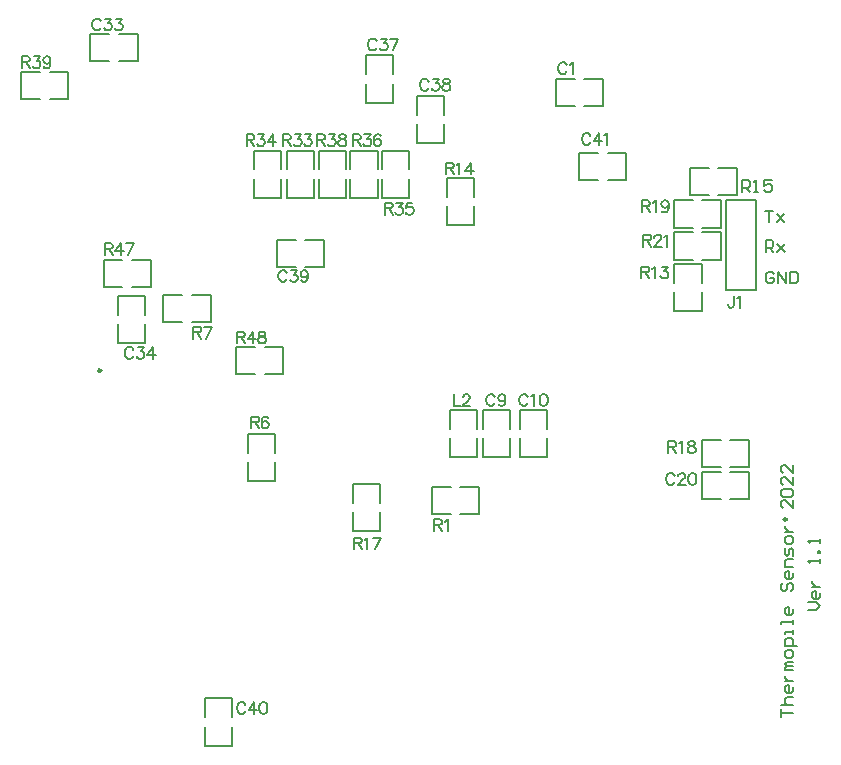
<source format=gto>
G04*
G04 #@! TF.GenerationSoftware,Altium Limited,Altium Designer,19.1.6 (110)*
G04*
G04 Layer_Color=65535*
%FSLAX25Y25*%
%MOIN*%
G70*
G01*
G75*
%ADD10C,0.01000*%
%ADD11C,0.00787*%
%ADD12C,0.00591*%
D10*
X261185Y93646D02*
G03*
X261185Y93646I-500J0D01*
G01*
X32630Y143350D02*
G03*
X32630Y143350I-500J0D01*
G01*
D11*
X244685Y201772D02*
Y210827D01*
X228937Y201772D02*
Y210827D01*
X238386Y201772D02*
X244685D01*
X228937D02*
X235236D01*
X238386Y210827D02*
X244685D01*
X228937D02*
X235236D01*
X159941Y130142D02*
X168996D01*
X159941Y114394D02*
X168996D01*
Y123843D02*
Y130142D01*
Y114394D02*
Y120694D01*
X159941Y123843D02*
Y130142D01*
Y114394D02*
Y120694D01*
X172343Y130118D02*
X181398D01*
X172343Y114370D02*
X181398D01*
Y123819D02*
Y130118D01*
Y114370D02*
Y120669D01*
X172343Y123819D02*
Y130118D01*
Y114370D02*
Y120669D01*
X232874Y100394D02*
Y109449D01*
X248622Y100394D02*
Y109449D01*
X232874D02*
X239173D01*
X242323D02*
X248622D01*
X232874Y100394D02*
X239173D01*
X242323D02*
X248622D01*
X44783Y246555D02*
Y255610D01*
X29035Y246555D02*
Y255610D01*
X38484Y246555D02*
X44783D01*
X29035D02*
X35335D01*
X38484Y255610D02*
X44783D01*
X29035D02*
X35335D01*
X38189Y168209D02*
X47244D01*
X38189Y152461D02*
X47244D01*
Y161909D02*
Y168209D01*
Y152461D02*
Y158760D01*
X38189Y161909D02*
Y168209D01*
Y152461D02*
Y158760D01*
X81441Y106494D02*
X90496D01*
X81441Y122242D02*
X90496D01*
X81441Y106494D02*
Y112794D01*
Y115943D02*
Y122242D01*
X90496Y106494D02*
Y112794D01*
Y115943D02*
Y122242D01*
X223721Y163189D02*
X232776D01*
X223721Y178937D02*
X232776D01*
X223721Y163189D02*
Y169488D01*
Y172638D02*
Y178937D01*
X232776Y163189D02*
Y169488D01*
Y172638D02*
Y178937D01*
X147933Y207480D02*
X156988D01*
X147933Y191732D02*
X156988D01*
Y201181D02*
Y207480D01*
Y191732D02*
Y198031D01*
X147933Y201181D02*
Y207480D01*
Y191732D02*
Y198031D01*
X116634Y105610D02*
X125689D01*
X116634Y89862D02*
X125689D01*
Y99311D02*
Y105610D01*
Y89862D02*
Y96161D01*
X116634Y99311D02*
Y105610D01*
Y89862D02*
Y96161D01*
X248622Y111024D02*
Y120079D01*
X232874Y111024D02*
Y120079D01*
X242323Y111024D02*
X248622D01*
X232874D02*
X239173D01*
X242323Y120079D02*
X248622D01*
X232874D02*
X239173D01*
X239342Y190941D02*
Y199996D01*
X223594Y190941D02*
Y199996D01*
X233043Y190941D02*
X239342D01*
X223594D02*
X229894D01*
X233043Y199996D02*
X239342D01*
X223594D02*
X229894D01*
X239272Y180315D02*
Y189370D01*
X223524Y180315D02*
Y189370D01*
X232972Y180315D02*
X239272D01*
X223524D02*
X229823D01*
X232972Y189370D02*
X239272D01*
X223524D02*
X229823D01*
X94541Y216642D02*
X103596D01*
X94541Y200894D02*
X103596D01*
Y210343D02*
Y216642D01*
Y200894D02*
Y207193D01*
X94541Y210343D02*
Y216642D01*
Y200894D02*
Y207193D01*
X83441Y216642D02*
X92496D01*
X83441Y200894D02*
X92496D01*
Y210343D02*
Y216642D01*
Y200894D02*
Y207193D01*
X83441Y210343D02*
Y216642D01*
Y200894D02*
Y207193D01*
X126141Y216642D02*
X135196D01*
X126141Y200894D02*
X135196D01*
Y210343D02*
Y216642D01*
Y200894D02*
Y207193D01*
X126141Y210343D02*
Y216642D01*
Y200894D02*
Y207193D01*
X115741Y216642D02*
X124796D01*
X115741Y200894D02*
X124796D01*
Y210343D02*
Y216642D01*
Y200894D02*
Y207193D01*
X115741Y210343D02*
Y216642D01*
Y200894D02*
Y207193D01*
X53395Y159541D02*
Y168596D01*
X69143Y159541D02*
Y168596D01*
X53395D02*
X59694D01*
X62843D02*
X69143D01*
X53395Y159541D02*
X59694D01*
X62843D02*
X69143D01*
X105341Y216642D02*
X114396D01*
X105341Y200894D02*
X114396D01*
Y210343D02*
Y216642D01*
Y200894D02*
Y207193D01*
X105341Y210343D02*
Y216642D01*
Y200894D02*
Y207193D01*
X6004Y233760D02*
Y242815D01*
X21752Y233760D02*
Y242815D01*
X6004D02*
X12303D01*
X15453D02*
X21752D01*
X6004Y233760D02*
X12303D01*
X15453D02*
X21752D01*
X33465Y171161D02*
Y180217D01*
X49213Y171161D02*
Y180217D01*
X33465D02*
X39764D01*
X42913D02*
X49213D01*
X33465Y171161D02*
X39764D01*
X42913D02*
X49213D01*
X93405Y142027D02*
Y151083D01*
X77658Y142027D02*
Y151083D01*
X87106Y142027D02*
X93405D01*
X77658D02*
X83957D01*
X87106Y151083D02*
X93405D01*
X77658D02*
X83957D01*
X158563Y95571D02*
Y104626D01*
X142815Y95571D02*
Y104626D01*
X152264Y95571D02*
X158563D01*
X142815D02*
X149114D01*
X152264Y104626D02*
X158563D01*
X142815D02*
X149114D01*
X200043Y231341D02*
Y240396D01*
X184294Y231341D02*
Y240396D01*
X193743Y231341D02*
X200043D01*
X184294D02*
X190594D01*
X193743Y240396D02*
X200043D01*
X184294D02*
X190594D01*
X121041Y248342D02*
X130096D01*
X121041Y232594D02*
X130096D01*
Y242043D02*
Y248342D01*
Y232594D02*
Y238894D01*
X121041Y242043D02*
Y248342D01*
Y232594D02*
Y238894D01*
X138041Y234943D02*
X147096D01*
X138041Y219195D02*
X147096D01*
Y228643D02*
Y234943D01*
Y219195D02*
Y225494D01*
X138041Y228643D02*
Y234943D01*
Y219195D02*
Y225494D01*
X91294Y177841D02*
Y186896D01*
X107043Y177841D02*
Y186896D01*
X91294D02*
X97594D01*
X100743D02*
X107043D01*
X91294Y177841D02*
X97594D01*
X100743D02*
X107043D01*
X67241Y18294D02*
X76296D01*
X67241Y34043D02*
X76296D01*
X67241Y18294D02*
Y24594D01*
Y27743D02*
Y34043D01*
X76296Y18294D02*
Y24594D01*
Y27743D02*
Y34043D01*
X207743Y206891D02*
Y215946D01*
X191995Y206891D02*
Y215946D01*
X201443Y206891D02*
X207743D01*
X191995D02*
X198294D01*
X201443Y215946D02*
X207743D01*
X191995D02*
X198294D01*
X149016Y130118D02*
X158071D01*
X149016Y114370D02*
X158071D01*
Y123819D02*
Y130118D01*
Y114370D02*
Y120669D01*
X149016Y123819D02*
Y130118D01*
Y114370D02*
Y120669D01*
X240965Y170039D02*
Y200039D01*
Y170039D02*
X250965D01*
Y200039D01*
X240965D02*
X250965D01*
X257053Y175622D02*
X256397Y176278D01*
X255085D01*
X254429Y175622D01*
Y172998D01*
X255085Y172343D01*
X256397D01*
X257053Y172998D01*
Y174310D01*
X255741D01*
X258365Y172343D02*
Y176278D01*
X260989Y172343D01*
Y176278D01*
X262301D02*
Y172343D01*
X264268D01*
X264924Y172998D01*
Y175622D01*
X264268Y176278D01*
X262301D01*
X254134Y182972D02*
Y186908D01*
X256102D01*
X256758Y186252D01*
Y184940D01*
X256102Y184284D01*
X254134D01*
X255446D02*
X256758Y182972D01*
X258070Y185596D02*
X260693Y182972D01*
X259382Y184284D01*
X260693Y185596D01*
X258070Y182972D01*
X253839Y196652D02*
X256462D01*
X255151D01*
Y192717D01*
X257774Y195340D02*
X260398Y192717D01*
X259086Y194028D01*
X260398Y195340D01*
X257774Y192717D01*
D12*
X246351Y202960D02*
Y206896D01*
X248319D01*
X248975Y206240D01*
Y204928D01*
X248319Y204272D01*
X246351D01*
X247663D02*
X248975Y202960D01*
X250287D02*
X251599D01*
X250943D01*
Y206896D01*
X250287Y206240D01*
X256190Y206896D02*
X253567D01*
Y204928D01*
X254879Y205584D01*
X255535D01*
X256190Y204928D01*
Y203616D01*
X255535Y202960D01*
X254223D01*
X253567Y203616D01*
X268407Y63386D02*
X271031D01*
X272342Y64698D01*
X271031Y66010D01*
X268407D01*
X272342Y69289D02*
Y67977D01*
X271687Y67322D01*
X270375D01*
X269719Y67977D01*
Y69289D01*
X270375Y69945D01*
X271031D01*
Y67322D01*
X269719Y71257D02*
X272342D01*
X271031D01*
X270375Y71913D01*
X269719Y72569D01*
Y73225D01*
X272342Y79129D02*
Y80441D01*
Y79785D01*
X268407D01*
X269063Y79129D01*
X272342Y82409D02*
X271687D01*
Y83065D01*
X272342D01*
Y82409D01*
Y85688D02*
Y87000D01*
Y86344D01*
X268407D01*
X269063Y85688D01*
X259253Y27854D02*
Y30478D01*
Y29166D01*
X263189D01*
X259253Y31790D02*
X263189D01*
X261221D01*
X260565Y32446D01*
Y33758D01*
X261221Y34414D01*
X263189D01*
Y37694D02*
Y36382D01*
X262533Y35726D01*
X261221D01*
X260565Y36382D01*
Y37694D01*
X261221Y38350D01*
X261877D01*
Y35726D01*
X260565Y39661D02*
X263189D01*
X261877D01*
X261221Y40317D01*
X260565Y40973D01*
Y41629D01*
X263189Y43597D02*
X260565D01*
Y44253D01*
X261221Y44909D01*
X263189D01*
X261221D01*
X260565Y45565D01*
X261221Y46221D01*
X263189D01*
Y48189D02*
Y49501D01*
X262533Y50157D01*
X261221D01*
X260565Y49501D01*
Y48189D01*
X261221Y47533D01*
X262533D01*
X263189Y48189D01*
X264501Y51469D02*
X260565D01*
Y53437D01*
X261221Y54093D01*
X262533D01*
X263189Y53437D01*
Y51469D01*
Y55405D02*
Y56716D01*
Y56060D01*
X260565D01*
Y55405D01*
X263189Y58684D02*
Y59996D01*
Y59340D01*
X259253D01*
Y58684D01*
X263189Y63932D02*
Y62620D01*
X262533Y61964D01*
X261221D01*
X260565Y62620D01*
Y63932D01*
X261221Y64588D01*
X261877D01*
Y61964D01*
X259909Y72459D02*
X259253Y71803D01*
Y70491D01*
X259909Y69836D01*
X260565D01*
X261221Y70491D01*
Y71803D01*
X261877Y72459D01*
X262533D01*
X263189Y71803D01*
Y70491D01*
X262533Y69836D01*
X263189Y75739D02*
Y74427D01*
X262533Y73771D01*
X261221D01*
X260565Y74427D01*
Y75739D01*
X261221Y76395D01*
X261877D01*
Y73771D01*
X263189Y77707D02*
X260565D01*
Y79675D01*
X261221Y80331D01*
X263189D01*
Y81643D02*
Y83611D01*
X262533Y84267D01*
X261877Y83611D01*
Y82299D01*
X261221Y81643D01*
X260565Y82299D01*
Y84267D01*
X263189Y86234D02*
Y87546D01*
X262533Y88202D01*
X261221D01*
X260565Y87546D01*
Y86234D01*
X261221Y85579D01*
X262533D01*
X263189Y86234D01*
X260565Y89514D02*
X263189D01*
X261877D01*
X261221Y90170D01*
X260565Y90826D01*
Y91482D01*
X263189Y100010D02*
Y97386D01*
X260565Y100010D01*
X259909D01*
X259253Y99354D01*
Y98042D01*
X259909Y97386D01*
Y101321D02*
X259253Y101977D01*
Y103289D01*
X259909Y103945D01*
X262533D01*
X263189Y103289D01*
Y101977D01*
X262533Y101321D01*
X259909D01*
X263189Y107881D02*
Y105257D01*
X260565Y107881D01*
X259909D01*
X259253Y107225D01*
Y105913D01*
X259909Y105257D01*
X263189Y111817D02*
Y109193D01*
X260565Y111817D01*
X259909D01*
X259253Y111161D01*
Y109849D01*
X259909Y109193D01*
X195725Y221503D02*
X195537Y221878D01*
X195163Y222253D01*
X194788Y222440D01*
X194038D01*
X193663Y222253D01*
X193288Y221878D01*
X193101Y221503D01*
X192913Y220941D01*
Y220003D01*
X193101Y219441D01*
X193288Y219066D01*
X193663Y218691D01*
X194038Y218504D01*
X194788D01*
X195163Y218691D01*
X195537Y219066D01*
X195725Y219441D01*
X198705Y222440D02*
X196831Y219816D01*
X199642D01*
X198705Y222440D02*
Y218504D01*
X200336Y221690D02*
X200711Y221878D01*
X201273Y222440D01*
Y218504D01*
X80764Y31838D02*
X80577Y32212D01*
X80202Y32587D01*
X79827Y32775D01*
X79077D01*
X78702Y32587D01*
X78328Y32212D01*
X78140Y31838D01*
X77953Y31275D01*
Y30338D01*
X78140Y29776D01*
X78328Y29401D01*
X78702Y29026D01*
X79077Y28839D01*
X79827D01*
X80202Y29026D01*
X80577Y29401D01*
X80764Y29776D01*
X83745Y32775D02*
X81870Y30151D01*
X84682D01*
X83745Y32775D02*
Y28839D01*
X86500Y32775D02*
X85938Y32587D01*
X85563Y32025D01*
X85375Y31088D01*
Y30525D01*
X85563Y29588D01*
X85938Y29026D01*
X86500Y28839D01*
X86875D01*
X87437Y29026D01*
X87812Y29588D01*
X87999Y30525D01*
Y31088D01*
X87812Y32025D01*
X87437Y32587D01*
X86875Y32775D01*
X86500D01*
X94544Y175834D02*
X94356Y176208D01*
X93981Y176583D01*
X93607Y176771D01*
X92857D01*
X92482Y176583D01*
X92107Y176208D01*
X91920Y175834D01*
X91732Y175271D01*
Y174334D01*
X91920Y173772D01*
X92107Y173397D01*
X92482Y173022D01*
X92857Y172835D01*
X93607D01*
X93981Y173022D01*
X94356Y173397D01*
X94544Y173772D01*
X96025Y176771D02*
X98086D01*
X96962Y175271D01*
X97524D01*
X97899Y175084D01*
X98086Y174896D01*
X98274Y174334D01*
Y173959D01*
X98086Y173397D01*
X97711Y173022D01*
X97149Y172835D01*
X96587D01*
X96025Y173022D01*
X95837Y173210D01*
X95650Y173584D01*
X101591Y175459D02*
X101404Y174896D01*
X101029Y174522D01*
X100467Y174334D01*
X100279D01*
X99717Y174522D01*
X99342Y174896D01*
X99155Y175459D01*
Y175646D01*
X99342Y176208D01*
X99717Y176583D01*
X100279Y176771D01*
X100467D01*
X101029Y176583D01*
X101404Y176208D01*
X101591Y175459D01*
Y174522D01*
X101404Y173584D01*
X101029Y173022D01*
X100467Y172835D01*
X100092D01*
X99530Y173022D01*
X99342Y173397D01*
X141788Y239613D02*
X141601Y239988D01*
X141226Y240363D01*
X140851Y240550D01*
X140101D01*
X139726Y240363D01*
X139351Y239988D01*
X139164Y239613D01*
X138976Y239051D01*
Y238114D01*
X139164Y237551D01*
X139351Y237176D01*
X139726Y236802D01*
X140101Y236614D01*
X140851D01*
X141226Y236802D01*
X141601Y237176D01*
X141788Y237551D01*
X143269Y240550D02*
X145331D01*
X144206Y239051D01*
X144768D01*
X145143Y238863D01*
X145331Y238676D01*
X145518Y238114D01*
Y237739D01*
X145331Y237176D01*
X144956Y236802D01*
X144393Y236614D01*
X143831D01*
X143269Y236802D01*
X143081Y236989D01*
X142894Y237364D01*
X147336Y240550D02*
X146774Y240363D01*
X146586Y239988D01*
Y239613D01*
X146774Y239238D01*
X147149Y239051D01*
X147898Y238863D01*
X148461Y238676D01*
X148836Y238301D01*
X149023Y237926D01*
Y237364D01*
X148836Y236989D01*
X148648Y236802D01*
X148086Y236614D01*
X147336D01*
X146774Y236802D01*
X146586Y236989D01*
X146399Y237364D01*
Y237926D01*
X146586Y238301D01*
X146961Y238676D01*
X147523Y238863D01*
X148273Y239051D01*
X148648Y239238D01*
X148836Y239613D01*
Y239988D01*
X148648Y240363D01*
X148086Y240550D01*
X147336D01*
X124465Y252999D02*
X124278Y253374D01*
X123903Y253749D01*
X123528Y253936D01*
X122778D01*
X122403Y253749D01*
X122028Y253374D01*
X121841Y252999D01*
X121653Y252437D01*
Y251500D01*
X121841Y250937D01*
X122028Y250562D01*
X122403Y250187D01*
X122778Y250000D01*
X123528D01*
X123903Y250187D01*
X124278Y250562D01*
X124465Y250937D01*
X125946Y253936D02*
X128008D01*
X126883Y252437D01*
X127445D01*
X127820Y252249D01*
X128008Y252062D01*
X128195Y251500D01*
Y251125D01*
X128008Y250562D01*
X127633Y250187D01*
X127070Y250000D01*
X126508D01*
X125946Y250187D01*
X125758Y250375D01*
X125571Y250750D01*
X131700Y253936D02*
X129826Y250000D01*
X129076Y253936D02*
X131700D01*
X187851Y245125D02*
X187663Y245500D01*
X187289Y245875D01*
X186914Y246062D01*
X186164D01*
X185789Y245875D01*
X185414Y245500D01*
X185227Y245125D01*
X185039Y244563D01*
Y243625D01*
X185227Y243063D01*
X185414Y242688D01*
X185789Y242313D01*
X186164Y242126D01*
X186914D01*
X187289Y242313D01*
X187663Y242688D01*
X187851Y243063D01*
X188957Y245312D02*
X189332Y245500D01*
X189894Y246062D01*
Y242126D01*
X243508Y168208D02*
Y165209D01*
X243321Y164646D01*
X243133Y164459D01*
X242758Y164272D01*
X242384D01*
X242009Y164459D01*
X241821Y164646D01*
X241634Y165209D01*
Y165584D01*
X244520Y167458D02*
X244895Y167646D01*
X245458Y168208D01*
Y164272D01*
X143701Y93700D02*
Y89764D01*
Y93700D02*
X145388D01*
X145950Y93512D01*
X146137Y93325D01*
X146325Y92950D01*
Y92575D01*
X146137Y92200D01*
X145950Y92013D01*
X145388Y91826D01*
X143701D01*
X145013D02*
X146325Y89764D01*
X147206Y92950D02*
X147581Y93138D01*
X148143Y93700D01*
Y89764D01*
X77953Y156298D02*
Y152362D01*
Y156298D02*
X79640D01*
X80202Y156111D01*
X80389Y155923D01*
X80577Y155549D01*
Y155174D01*
X80389Y154799D01*
X80202Y154611D01*
X79640Y154424D01*
X77953D01*
X79265D02*
X80577Y152362D01*
X83332Y156298D02*
X81458Y153674D01*
X84269D01*
X83332Y156298D02*
Y152362D01*
X85900Y156298D02*
X85338Y156111D01*
X85150Y155736D01*
Y155361D01*
X85338Y154986D01*
X85713Y154799D01*
X86462Y154611D01*
X87025Y154424D01*
X87400Y154049D01*
X87587Y153674D01*
Y153112D01*
X87400Y152737D01*
X87212Y152550D01*
X86650Y152362D01*
X85900D01*
X85338Y152550D01*
X85150Y152737D01*
X84963Y153112D01*
Y153674D01*
X85150Y154049D01*
X85525Y154424D01*
X86088Y154611D01*
X86837Y154799D01*
X87212Y154986D01*
X87400Y155361D01*
Y155736D01*
X87212Y156111D01*
X86650Y156298D01*
X85900D01*
X33858Y185728D02*
Y181791D01*
Y185728D02*
X35545D01*
X36108Y185540D01*
X36295Y185353D01*
X36482Y184978D01*
Y184603D01*
X36295Y184228D01*
X36108Y184041D01*
X35545Y183853D01*
X33858D01*
X35170D02*
X36482Y181791D01*
X39238Y185728D02*
X37363Y183103D01*
X40175D01*
X39238Y185728D02*
Y181791D01*
X43492Y185728D02*
X41618Y181791D01*
X40868Y185728D02*
X43492D01*
X6299Y248031D02*
Y244094D01*
Y248031D02*
X7986D01*
X8548Y247843D01*
X8736Y247656D01*
X8923Y247281D01*
Y246906D01*
X8736Y246531D01*
X8548Y246344D01*
X7986Y246156D01*
X6299D01*
X7611D02*
X8923Y244094D01*
X10179Y248031D02*
X12241D01*
X11116Y246531D01*
X11679D01*
X12054Y246344D01*
X12241Y246156D01*
X12428Y245594D01*
Y245219D01*
X12241Y244657D01*
X11866Y244282D01*
X11304Y244094D01*
X10741D01*
X10179Y244282D01*
X9992Y244469D01*
X9804Y244844D01*
X15746Y246719D02*
X15559Y246156D01*
X15184Y245781D01*
X14621Y245594D01*
X14434D01*
X13872Y245781D01*
X13497Y246156D01*
X13309Y246719D01*
Y246906D01*
X13497Y247468D01*
X13872Y247843D01*
X14434Y248031D01*
X14621D01*
X15184Y247843D01*
X15559Y247468D01*
X15746Y246719D01*
Y245781D01*
X15559Y244844D01*
X15184Y244282D01*
X14621Y244094D01*
X14246D01*
X13684Y244282D01*
X13497Y244657D01*
X104724Y222046D02*
Y218110D01*
Y222046D02*
X106411D01*
X106974Y221859D01*
X107161Y221672D01*
X107349Y221297D01*
Y220922D01*
X107161Y220547D01*
X106974Y220359D01*
X106411Y220172D01*
X104724D01*
X106036D02*
X107349Y218110D01*
X108604Y222046D02*
X110666D01*
X109541Y220547D01*
X110104D01*
X110479Y220359D01*
X110666Y220172D01*
X110854Y219610D01*
Y219235D01*
X110666Y218673D01*
X110291Y218298D01*
X109729Y218110D01*
X109167D01*
X108604Y218298D01*
X108417Y218485D01*
X108229Y218860D01*
X112672Y222046D02*
X112109Y221859D01*
X111922Y221484D01*
Y221109D01*
X112109Y220734D01*
X112484Y220547D01*
X113234Y220359D01*
X113796Y220172D01*
X114171Y219797D01*
X114359Y219422D01*
Y218860D01*
X114171Y218485D01*
X113984Y218298D01*
X113421Y218110D01*
X112672D01*
X112109Y218298D01*
X111922Y218485D01*
X111734Y218860D01*
Y219422D01*
X111922Y219797D01*
X112297Y220172D01*
X112859Y220359D01*
X113609Y220547D01*
X113984Y220734D01*
X114171Y221109D01*
Y221484D01*
X113984Y221859D01*
X113421Y222046D01*
X112672D01*
X63386Y157873D02*
Y153937D01*
Y157873D02*
X65073D01*
X65635Y157686D01*
X65822Y157498D01*
X66010Y157123D01*
Y156749D01*
X65822Y156374D01*
X65635Y156186D01*
X65073Y155999D01*
X63386D01*
X64698D02*
X66010Y153937D01*
X69515Y157873D02*
X67641Y153937D01*
X66891Y157873D02*
X69515D01*
X116535Y222046D02*
Y218110D01*
Y222046D02*
X118222D01*
X118785Y221859D01*
X118972Y221672D01*
X119159Y221297D01*
Y220922D01*
X118972Y220547D01*
X118785Y220359D01*
X118222Y220172D01*
X116535D01*
X117848D02*
X119159Y218110D01*
X120415Y222046D02*
X122477D01*
X121353Y220547D01*
X121915D01*
X122290Y220359D01*
X122477Y220172D01*
X122665Y219610D01*
Y219235D01*
X122477Y218673D01*
X122102Y218298D01*
X121540Y218110D01*
X120978D01*
X120415Y218298D01*
X120228Y218485D01*
X120041Y218860D01*
X125795Y221484D02*
X125607Y221859D01*
X125045Y222046D01*
X124670D01*
X124108Y221859D01*
X123733Y221297D01*
X123546Y220359D01*
Y219422D01*
X123733Y218673D01*
X124108Y218298D01*
X124670Y218110D01*
X124858D01*
X125420Y218298D01*
X125795Y218673D01*
X125982Y219235D01*
Y219422D01*
X125795Y219985D01*
X125420Y220359D01*
X124858Y220547D01*
X124670D01*
X124108Y220359D01*
X123733Y219985D01*
X123546Y219422D01*
X127165Y199212D02*
Y195276D01*
Y199212D02*
X128852D01*
X129415Y199024D01*
X129602Y198837D01*
X129789Y198462D01*
Y198087D01*
X129602Y197712D01*
X129415Y197525D01*
X128852Y197337D01*
X127165D01*
X128477D02*
X129789Y195276D01*
X131045Y199212D02*
X133107D01*
X131983Y197712D01*
X132545D01*
X132920Y197525D01*
X133107Y197337D01*
X133294Y196775D01*
Y196400D01*
X133107Y195838D01*
X132732Y195463D01*
X132170Y195276D01*
X131608D01*
X131045Y195463D01*
X130858Y195650D01*
X130670Y196025D01*
X136425Y199212D02*
X134550D01*
X134363Y197525D01*
X134550Y197712D01*
X135113Y197900D01*
X135675D01*
X136237Y197712D01*
X136612Y197337D01*
X136800Y196775D01*
Y196400D01*
X136612Y195838D01*
X136237Y195463D01*
X135675Y195276D01*
X135113D01*
X134550Y195463D01*
X134363Y195650D01*
X134176Y196025D01*
X81102Y222046D02*
Y218110D01*
Y222046D02*
X82789D01*
X83352Y221859D01*
X83539Y221672D01*
X83727Y221297D01*
Y220922D01*
X83539Y220547D01*
X83352Y220359D01*
X82789Y220172D01*
X81102D01*
X82414D02*
X83727Y218110D01*
X84982Y222046D02*
X87044D01*
X85919Y220547D01*
X86482D01*
X86857Y220359D01*
X87044Y220172D01*
X87231Y219610D01*
Y219235D01*
X87044Y218673D01*
X86669Y218298D01*
X86107Y218110D01*
X85545D01*
X84982Y218298D01*
X84795Y218485D01*
X84607Y218860D01*
X89987Y222046D02*
X88112Y219422D01*
X90924D01*
X89987Y222046D02*
Y218110D01*
X93307Y222046D02*
Y218110D01*
Y222046D02*
X94994D01*
X95556Y221859D01*
X95744Y221672D01*
X95931Y221297D01*
Y220922D01*
X95744Y220547D01*
X95556Y220359D01*
X94994Y220172D01*
X93307D01*
X94619D02*
X95931Y218110D01*
X97187Y222046D02*
X99249D01*
X98124Y220547D01*
X98686D01*
X99061Y220359D01*
X99249Y220172D01*
X99436Y219610D01*
Y219235D01*
X99249Y218673D01*
X98874Y218298D01*
X98312Y218110D01*
X97749D01*
X97187Y218298D01*
X97000Y218485D01*
X96812Y218860D01*
X100692Y222046D02*
X102754D01*
X101629Y220547D01*
X102192D01*
X102567Y220359D01*
X102754Y220172D01*
X102941Y219610D01*
Y219235D01*
X102754Y218673D01*
X102379Y218298D01*
X101817Y218110D01*
X101254D01*
X100692Y218298D01*
X100505Y218485D01*
X100317Y218860D01*
X213386Y188582D02*
Y184646D01*
Y188582D02*
X215073D01*
X215635Y188394D01*
X215823Y188207D01*
X216010Y187832D01*
Y187457D01*
X215823Y187082D01*
X215635Y186895D01*
X215073Y186707D01*
X213386D01*
X214698D02*
X216010Y184646D01*
X217078Y187645D02*
Y187832D01*
X217266Y188207D01*
X217453Y188394D01*
X217828Y188582D01*
X218578D01*
X218953Y188394D01*
X219140Y188207D01*
X219328Y187832D01*
Y187457D01*
X219140Y187082D01*
X218765Y186520D01*
X216891Y184646D01*
X219515D01*
X220396Y187832D02*
X220771Y188020D01*
X221333Y188582D01*
Y184646D01*
X212992Y199999D02*
Y196063D01*
Y199999D02*
X214679D01*
X215241Y199812D01*
X215429Y199624D01*
X215616Y199249D01*
Y198874D01*
X215429Y198500D01*
X215241Y198312D01*
X214679Y198125D01*
X212992D01*
X214304D02*
X215616Y196063D01*
X216497Y199249D02*
X216872Y199437D01*
X217434Y199999D01*
Y196063D01*
X221820Y198687D02*
X221633Y198125D01*
X221258Y197750D01*
X220696Y197563D01*
X220508D01*
X219946Y197750D01*
X219571Y198125D01*
X219384Y198687D01*
Y198874D01*
X219571Y199437D01*
X219946Y199812D01*
X220508Y199999D01*
X220696D01*
X221258Y199812D01*
X221633Y199437D01*
X221820Y198687D01*
Y197750D01*
X221633Y196813D01*
X221258Y196250D01*
X220696Y196063D01*
X220321D01*
X219759Y196250D01*
X219571Y196625D01*
X221752Y119783D02*
Y115847D01*
Y119783D02*
X223439D01*
X224001Y119595D01*
X224189Y119408D01*
X224376Y119033D01*
Y118658D01*
X224189Y118283D01*
X224001Y118096D01*
X223439Y117908D01*
X221752D01*
X223064D02*
X224376Y115847D01*
X225257Y119033D02*
X225632Y119220D01*
X226194Y119783D01*
Y115847D01*
X229081Y119783D02*
X228518Y119595D01*
X228331Y119220D01*
Y118845D01*
X228518Y118471D01*
X228893Y118283D01*
X229643Y118096D01*
X230205Y117908D01*
X230580Y117533D01*
X230768Y117158D01*
Y116596D01*
X230580Y116221D01*
X230393Y116034D01*
X229831Y115847D01*
X229081D01*
X228518Y116034D01*
X228331Y116221D01*
X228144Y116596D01*
Y117158D01*
X228331Y117533D01*
X228706Y117908D01*
X229268Y118096D01*
X230018Y118283D01*
X230393Y118471D01*
X230580Y118845D01*
Y119220D01*
X230393Y119595D01*
X229831Y119783D01*
X229081D01*
X116929Y87598D02*
Y83661D01*
Y87598D02*
X118616D01*
X119178Y87410D01*
X119366Y87223D01*
X119553Y86848D01*
Y86473D01*
X119366Y86098D01*
X119178Y85911D01*
X118616Y85723D01*
X116929D01*
X118241D02*
X119553Y83661D01*
X120434Y86848D02*
X120809Y87035D01*
X121371Y87598D01*
Y83661D01*
X125945Y87598D02*
X124071Y83661D01*
X123321Y87598D02*
X125945D01*
X147638Y212598D02*
Y208661D01*
Y212598D02*
X149325D01*
X149887Y212410D01*
X150075Y212223D01*
X150262Y211848D01*
Y211473D01*
X150075Y211098D01*
X149887Y210911D01*
X149325Y210723D01*
X147638D01*
X148950D02*
X150262Y208661D01*
X151143Y211848D02*
X151518Y212035D01*
X152080Y212598D01*
Y208661D01*
X155904Y212598D02*
X154029Y209974D01*
X156841D01*
X155904Y212598D02*
Y208661D01*
X212697Y177952D02*
Y174016D01*
Y177952D02*
X214384D01*
X214946Y177764D01*
X215134Y177577D01*
X215321Y177202D01*
Y176827D01*
X215134Y176452D01*
X214946Y176265D01*
X214384Y176077D01*
X212697D01*
X214009D02*
X215321Y174016D01*
X216202Y177202D02*
X216577Y177390D01*
X217139Y177952D01*
Y174016D01*
X219463Y177952D02*
X221525D01*
X220401Y176452D01*
X220963D01*
X221338Y176265D01*
X221525Y176077D01*
X221712Y175515D01*
Y175140D01*
X221525Y174578D01*
X221150Y174203D01*
X220588Y174016D01*
X220026D01*
X219463Y174203D01*
X219276Y174391D01*
X219088Y174766D01*
X150394Y135334D02*
Y131398D01*
X152643D01*
X153261Y134397D02*
Y134584D01*
X153449Y134959D01*
X153636Y135146D01*
X154011Y135334D01*
X154761D01*
X155136Y135146D01*
X155323Y134959D01*
X155511Y134584D01*
Y134209D01*
X155323Y133834D01*
X154948Y133272D01*
X153074Y131398D01*
X155698D01*
X82677Y127952D02*
Y124016D01*
Y127952D02*
X84364D01*
X84926Y127764D01*
X85114Y127577D01*
X85301Y127202D01*
Y126827D01*
X85114Y126452D01*
X84926Y126265D01*
X84364Y126077D01*
X82677D01*
X83989D02*
X85301Y124016D01*
X88432Y127390D02*
X88244Y127764D01*
X87682Y127952D01*
X87307D01*
X86744Y127764D01*
X86370Y127202D01*
X86182Y126265D01*
Y125328D01*
X86370Y124578D01*
X86744Y124203D01*
X87307Y124016D01*
X87494D01*
X88057Y124203D01*
X88432Y124578D01*
X88619Y125140D01*
Y125328D01*
X88432Y125890D01*
X88057Y126265D01*
X87494Y126452D01*
X87307D01*
X86744Y126265D01*
X86370Y125890D01*
X86182Y125328D01*
X43363Y150243D02*
X43175Y150618D01*
X42800Y150993D01*
X42426Y151180D01*
X41676D01*
X41301Y150993D01*
X40926Y150618D01*
X40739Y150243D01*
X40551Y149681D01*
Y148744D01*
X40739Y148181D01*
X40926Y147806D01*
X41301Y147432D01*
X41676Y147244D01*
X42426D01*
X42800Y147432D01*
X43175Y147806D01*
X43363Y148181D01*
X44844Y151180D02*
X46905D01*
X45781Y149681D01*
X46343D01*
X46718Y149493D01*
X46905Y149306D01*
X47093Y148744D01*
Y148369D01*
X46905Y147806D01*
X46530Y147432D01*
X45968Y147244D01*
X45406D01*
X44844Y147432D01*
X44656Y147619D01*
X44469Y147994D01*
X49848Y151180D02*
X47974Y148556D01*
X50785D01*
X49848Y151180D02*
Y147244D01*
X32536Y259692D02*
X32348Y260067D01*
X31974Y260442D01*
X31599Y260629D01*
X30849D01*
X30474Y260442D01*
X30099Y260067D01*
X29912Y259692D01*
X29724Y259130D01*
Y258192D01*
X29912Y257630D01*
X30099Y257255D01*
X30474Y256880D01*
X30849Y256693D01*
X31599D01*
X31974Y256880D01*
X32348Y257255D01*
X32536Y257630D01*
X34017Y260629D02*
X36079D01*
X34954Y259130D01*
X35516D01*
X35891Y258942D01*
X36079Y258755D01*
X36266Y258192D01*
Y257818D01*
X36079Y257255D01*
X35704Y256880D01*
X35141Y256693D01*
X34579D01*
X34017Y256880D01*
X33829Y257068D01*
X33642Y257443D01*
X37522Y260629D02*
X39584D01*
X38459Y259130D01*
X39021D01*
X39396Y258942D01*
X39584Y258755D01*
X39771Y258192D01*
Y257818D01*
X39584Y257255D01*
X39209Y256880D01*
X38646Y256693D01*
X38084D01*
X37522Y256880D01*
X37334Y257068D01*
X37147Y257443D01*
X223776Y108215D02*
X223589Y108590D01*
X223214Y108965D01*
X222839Y109153D01*
X222089D01*
X221714Y108965D01*
X221339Y108590D01*
X221152Y108215D01*
X220965Y107653D01*
Y106716D01*
X221152Y106154D01*
X221339Y105779D01*
X221714Y105404D01*
X222089Y105217D01*
X222839D01*
X223214Y105404D01*
X223589Y105779D01*
X223776Y106154D01*
X225069Y108215D02*
Y108403D01*
X225257Y108778D01*
X225444Y108965D01*
X225819Y109153D01*
X226569D01*
X226944Y108965D01*
X227131Y108778D01*
X227319Y108403D01*
Y108028D01*
X227131Y107653D01*
X226756Y107091D01*
X224882Y105217D01*
X227506D01*
X229512Y109153D02*
X228949Y108965D01*
X228574Y108403D01*
X228387Y107466D01*
Y106904D01*
X228574Y105966D01*
X228949Y105404D01*
X229512Y105217D01*
X229887D01*
X230449Y105404D01*
X230824Y105966D01*
X231011Y106904D01*
Y107466D01*
X230824Y108403D01*
X230449Y108965D01*
X229887Y109153D01*
X229512D01*
X174859Y134495D02*
X174671Y134870D01*
X174296Y135245D01*
X173922Y135432D01*
X173172D01*
X172797Y135245D01*
X172422Y134870D01*
X172235Y134495D01*
X172047Y133933D01*
Y132996D01*
X172235Y132433D01*
X172422Y132058D01*
X172797Y131684D01*
X173172Y131496D01*
X173922D01*
X174296Y131684D01*
X174671Y132058D01*
X174859Y132433D01*
X175965Y134683D02*
X176339Y134870D01*
X176902Y135432D01*
Y131496D01*
X179976Y135432D02*
X179413Y135245D01*
X179039Y134683D01*
X178851Y133745D01*
Y133183D01*
X179039Y132246D01*
X179413Y131684D01*
X179976Y131496D01*
X180351D01*
X180913Y131684D01*
X181288Y132246D01*
X181475Y133183D01*
Y133745D01*
X181288Y134683D01*
X180913Y135245D01*
X180351Y135432D01*
X179976D01*
X163835Y134495D02*
X163648Y134870D01*
X163273Y135245D01*
X162898Y135432D01*
X162148D01*
X161773Y135245D01*
X161398Y134870D01*
X161211Y134495D01*
X161024Y133933D01*
Y132996D01*
X161211Y132433D01*
X161398Y132058D01*
X161773Y131684D01*
X162148Y131496D01*
X162898D01*
X163273Y131684D01*
X163648Y132058D01*
X163835Y132433D01*
X167378Y134120D02*
X167190Y133558D01*
X166815Y133183D01*
X166253Y132996D01*
X166066D01*
X165503Y133183D01*
X165129Y133558D01*
X164941Y134120D01*
Y134308D01*
X165129Y134870D01*
X165503Y135245D01*
X166066Y135432D01*
X166253D01*
X166815Y135245D01*
X167190Y134870D01*
X167378Y134120D01*
Y133183D01*
X167190Y132246D01*
X166815Y131684D01*
X166253Y131496D01*
X165878D01*
X165316Y131684D01*
X165129Y132058D01*
M02*

</source>
